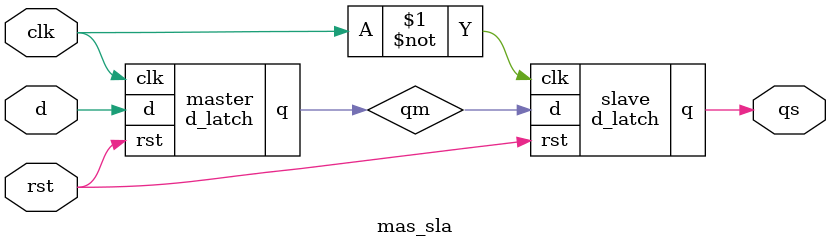
<source format=v>
module d_latch(
  input d,clk,rst,
  output reg q
);
  always@(*)begin
    if(rst)
      q<=0;
    else if(clk)
      q<=d;
    else
      q<=q;
  end
endmodule

      
  module mas_sla(
  input d,clk,rst,
  output reg qs
);
  wire qm;
    d_latch master(
      .d(d),
      .clk(clk),
      .rst(rst),
      .q(qm)
    );
    d_latch slave(
      .d(qm),
      .clk(~clk),
      .rst(rst),
      .q(qs)
    );
  endmodule
    
  

</source>
